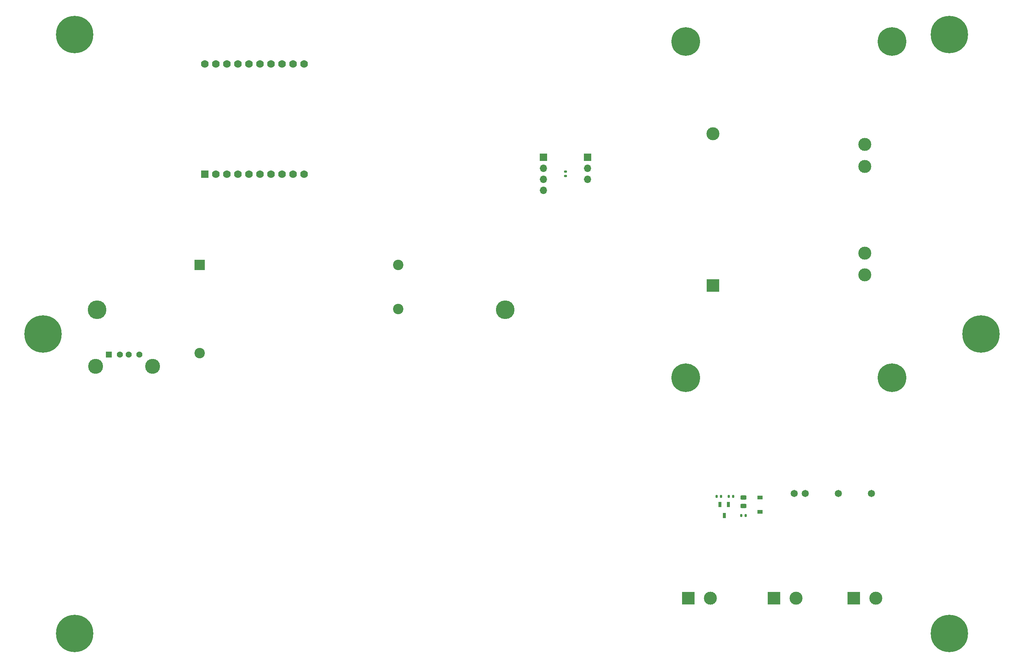
<source format=gbr>
%TF.GenerationSoftware,KiCad,Pcbnew,(6.0.0-0)*%
%TF.CreationDate,2022-12-02T08:06:54+01:00*%
%TF.ProjectId,prototype-2,70726f74-6f74-4797-9065-2d322e6b6963,rev?*%
%TF.SameCoordinates,Original*%
%TF.FileFunction,Soldermask,Top*%
%TF.FilePolarity,Negative*%
%FSLAX46Y46*%
G04 Gerber Fmt 4.6, Leading zero omitted, Abs format (unit mm)*
G04 Created by KiCad (PCBNEW (6.0.0-0)) date 2022-12-02 08:06:54*
%MOMM*%
%LPD*%
G01*
G04 APERTURE LIST*
G04 Aperture macros list*
%AMRoundRect*
0 Rectangle with rounded corners*
0 $1 Rounding radius*
0 $2 $3 $4 $5 $6 $7 $8 $9 X,Y pos of 4 corners*
0 Add a 4 corners polygon primitive as box body*
4,1,4,$2,$3,$4,$5,$6,$7,$8,$9,$2,$3,0*
0 Add four circle primitives for the rounded corners*
1,1,$1+$1,$2,$3*
1,1,$1+$1,$4,$5*
1,1,$1+$1,$6,$7*
1,1,$1+$1,$8,$9*
0 Add four rect primitives between the rounded corners*
20,1,$1+$1,$2,$3,$4,$5,0*
20,1,$1+$1,$4,$5,$6,$7,0*
20,1,$1+$1,$6,$7,$8,$9,0*
20,1,$1+$1,$8,$9,$2,$3,0*%
G04 Aperture macros list end*
%ADD10R,3.000000X3.000000*%
%ADD11C,3.000000*%
%ADD12R,2.400000X2.400000*%
%ADD13C,2.400000*%
%ADD14C,0.900000*%
%ADD15C,8.600000*%
%ADD16RoundRect,0.135000X-0.135000X-0.185000X0.135000X-0.185000X0.135000X0.185000X-0.135000X0.185000X0*%
%ADD17R,1.778000X1.778000*%
%ADD18C,1.778000*%
%ADD19R,1.700000X1.700000*%
%ADD20O,1.700000X1.700000*%
%ADD21R,1.431000X1.431000*%
%ADD22C,1.431000*%
%ADD23C,3.450000*%
%ADD24R,0.700000X1.250013*%
%ADD25C,6.600000*%
%ADD26C,4.300000*%
%ADD27RoundRect,0.135000X-0.185000X0.135000X-0.185000X-0.135000X0.185000X-0.135000X0.185000X0.135000X0*%
%ADD28RoundRect,0.243750X-0.456250X0.243750X-0.456250X-0.243750X0.456250X-0.243750X0.456250X0.243750X0*%
%ADD29RoundRect,0.135000X0.135000X0.185000X-0.135000X0.185000X-0.135000X-0.185000X0.135000X-0.185000X0*%
%ADD30R,1.200000X0.900000*%
%ADD31C,1.650000*%
G04 APERTURE END LIST*
D10*
%TO.C,J4*%
X185791920Y-151120000D03*
D11*
X190871920Y-151120000D03*
%TD*%
D12*
%TO.C,PS1*%
X73277500Y-74287500D03*
D13*
X73277500Y-94607500D03*
X118997500Y-84447500D03*
X118997500Y-74287500D03*
%TD*%
D14*
%TO.C,REF\u002A\u002A*%
X248180419Y-161520419D03*
X245900000Y-162465000D03*
X243619581Y-156959581D03*
D15*
X245900000Y-159240000D03*
D14*
X243619581Y-161520419D03*
X245900000Y-156015000D03*
X249125000Y-159240000D03*
X248180419Y-156959581D03*
X242675000Y-159240000D03*
%TD*%
D16*
%TO.C,R4*%
X197981920Y-132070000D03*
X199001920Y-132070000D03*
%TD*%
%TO.C,R2*%
X195071920Y-127625000D03*
X196091920Y-127625000D03*
%TD*%
D10*
%TO.C,J5*%
X205476920Y-151120000D03*
D11*
X210556920Y-151120000D03*
%TD*%
D17*
%TO.C,U1*%
X74425000Y-53380000D03*
D18*
X76965000Y-53380000D03*
X79505000Y-53380000D03*
X82045000Y-53380000D03*
X84585000Y-53380000D03*
X87125000Y-53380000D03*
X89665000Y-53380000D03*
X92205000Y-53380000D03*
X94745000Y-53380000D03*
X97285000Y-53380000D03*
X97285000Y-27980000D03*
X94745000Y-27980000D03*
X92205000Y-27980000D03*
X89665000Y-27980000D03*
X87125000Y-27980000D03*
X84585000Y-27980000D03*
X82045000Y-27980000D03*
X79505000Y-27980000D03*
X76965000Y-27980000D03*
X74425000Y-27980000D03*
%TD*%
D14*
%TO.C,REF\u002A\u002A*%
X41275000Y-159240000D03*
X44500000Y-162465000D03*
X44500000Y-156015000D03*
X42219581Y-156959581D03*
D15*
X44500000Y-159240000D03*
D14*
X46780419Y-161520419D03*
X42219581Y-161520419D03*
X47725000Y-159240000D03*
X46780419Y-156959581D03*
%TD*%
D19*
%TO.C,J3*%
X152400000Y-49530000D03*
D20*
X152400000Y-52070000D03*
X152400000Y-54610000D03*
X152400000Y-57150000D03*
%TD*%
D21*
%TO.C,J1*%
X52380000Y-94955000D03*
D22*
X54880000Y-94955000D03*
X56880000Y-94955000D03*
X59380000Y-94955000D03*
D23*
X62450000Y-97665000D03*
X49310000Y-97665000D03*
%TD*%
D14*
%TO.C,REF\u002A\u002A*%
X41275000Y-21240000D03*
X46780419Y-18959581D03*
X44500000Y-24465000D03*
X46780419Y-23520419D03*
X47725000Y-21240000D03*
X44500000Y-18015000D03*
X42219581Y-23520419D03*
D15*
X44500000Y-21240000D03*
D14*
X42219581Y-18959581D03*
%TD*%
D10*
%TO.C,J6*%
X223891920Y-151120000D03*
D11*
X228971920Y-151120000D03*
%TD*%
D24*
%TO.C,Q1*%
X193096958Y-129550318D03*
X194996882Y-129550318D03*
X194046920Y-132049682D03*
%TD*%
D19*
%TO.C,J2*%
X162560000Y-49530000D03*
D20*
X162560000Y-52070000D03*
X162560000Y-54610000D03*
%TD*%
D10*
%TO.C,T1*%
X191415000Y-79095000D03*
D11*
X191415000Y-44095000D03*
X226415000Y-46595000D03*
X226415000Y-51595000D03*
X226415000Y-71595000D03*
X226415000Y-76595000D03*
D25*
X185165000Y-100345000D03*
X185165000Y-22845000D03*
X232665000Y-22845000D03*
X232665000Y-100345000D03*
%TD*%
D14*
%TO.C,REF\u002A\u002A*%
X39480419Y-92520419D03*
D15*
X37200000Y-90240000D03*
D14*
X33975000Y-90240000D03*
X37200000Y-93465000D03*
X39480419Y-87959581D03*
X34919581Y-87959581D03*
X37200000Y-87015000D03*
X34919581Y-92520419D03*
X40425000Y-90240000D03*
%TD*%
%TO.C,REF\u002A\u002A*%
X255480419Y-87959581D03*
X250919581Y-87959581D03*
X253200000Y-93465000D03*
X250919581Y-92520419D03*
X249975000Y-90240000D03*
X256425000Y-90240000D03*
D15*
X253200000Y-90240000D03*
D14*
X253200000Y-87015000D03*
X255480419Y-92520419D03*
%TD*%
D26*
%TO.C,REF\u002A\u002A*%
X143620000Y-84690000D03*
%TD*%
%TO.C,REF\u002A\u002A*%
X49640000Y-84690000D03*
%TD*%
D27*
%TO.C,R1*%
X157480000Y-52830000D03*
X157480000Y-53850000D03*
%TD*%
D28*
%TO.C,D1*%
X198491920Y-127957500D03*
X198491920Y-129832500D03*
%TD*%
D15*
%TO.C,REF\u002A\u002A*%
X245900000Y-21240000D03*
D14*
X249125000Y-21240000D03*
X243619581Y-23520419D03*
X248180419Y-18959581D03*
X245900000Y-18015000D03*
X245900000Y-24465000D03*
X242675000Y-21240000D03*
X243619581Y-18959581D03*
X248180419Y-23520419D03*
%TD*%
D29*
%TO.C,R3*%
X193286920Y-127625000D03*
X192266920Y-127625000D03*
%TD*%
D30*
%TO.C,D2*%
X202301920Y-131180000D03*
X202301920Y-127880000D03*
%TD*%
D31*
%TO.C,K1*%
X210185000Y-127000000D03*
X212725000Y-127000000D03*
X220345000Y-127000000D03*
X227965000Y-127000000D03*
%TD*%
M02*

</source>
